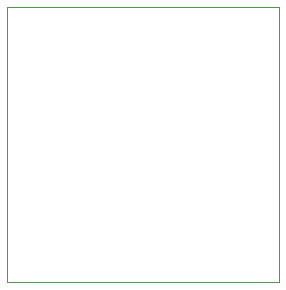
<source format=gbr>
%TF.GenerationSoftware,KiCad,Pcbnew,8.0.3*%
%TF.CreationDate,2024-09-30T16:35:38-03:00*%
%TF.ProjectId,PasaBajosActivos,50617361-4261-46a6-9f73-41637469766f,rev?*%
%TF.SameCoordinates,Original*%
%TF.FileFunction,Profile,NP*%
%FSLAX46Y46*%
G04 Gerber Fmt 4.6, Leading zero omitted, Abs format (unit mm)*
G04 Created by KiCad (PCBNEW 8.0.3) date 2024-09-30 16:35:38*
%MOMM*%
%LPD*%
G01*
G04 APERTURE LIST*
%TA.AperFunction,Profile*%
%ADD10C,0.100000*%
%TD*%
G04 APERTURE END LIST*
D10*
X142000000Y-111050000D02*
X165000000Y-111050000D01*
X165000000Y-134350000D01*
X142000000Y-134350000D01*
X142000000Y-111050000D01*
M02*

</source>
